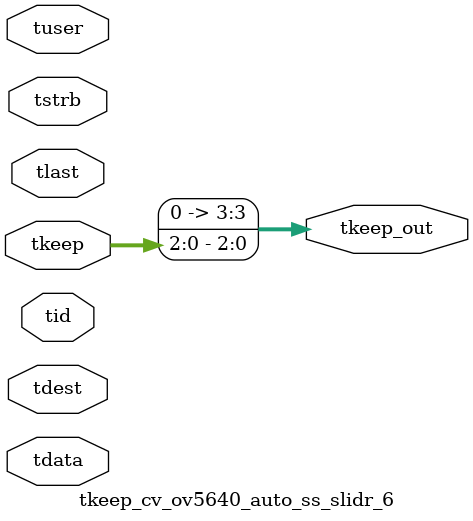
<source format=v>


`timescale 1ps/1ps

module tkeep_cv_ov5640_auto_ss_slidr_6 #
(
parameter C_S_AXIS_TDATA_WIDTH = 32,
parameter C_S_AXIS_TUSER_WIDTH = 0,
parameter C_S_AXIS_TID_WIDTH   = 0,
parameter C_S_AXIS_TDEST_WIDTH = 0,
parameter C_M_AXIS_TDATA_WIDTH = 32
)
(
input  [(C_S_AXIS_TDATA_WIDTH == 0 ? 1 : C_S_AXIS_TDATA_WIDTH)-1:0     ] tdata,
input  [(C_S_AXIS_TUSER_WIDTH == 0 ? 1 : C_S_AXIS_TUSER_WIDTH)-1:0     ] tuser,
input  [(C_S_AXIS_TID_WIDTH   == 0 ? 1 : C_S_AXIS_TID_WIDTH)-1:0       ] tid,
input  [(C_S_AXIS_TDEST_WIDTH == 0 ? 1 : C_S_AXIS_TDEST_WIDTH)-1:0     ] tdest,
input  [(C_S_AXIS_TDATA_WIDTH/8)-1:0 ] tkeep,
input  [(C_S_AXIS_TDATA_WIDTH/8)-1:0 ] tstrb,
input                                                                    tlast,
output [(C_M_AXIS_TDATA_WIDTH/8)-1:0 ] tkeep_out
);

assign tkeep_out = {tkeep[2:0]};

endmodule


</source>
